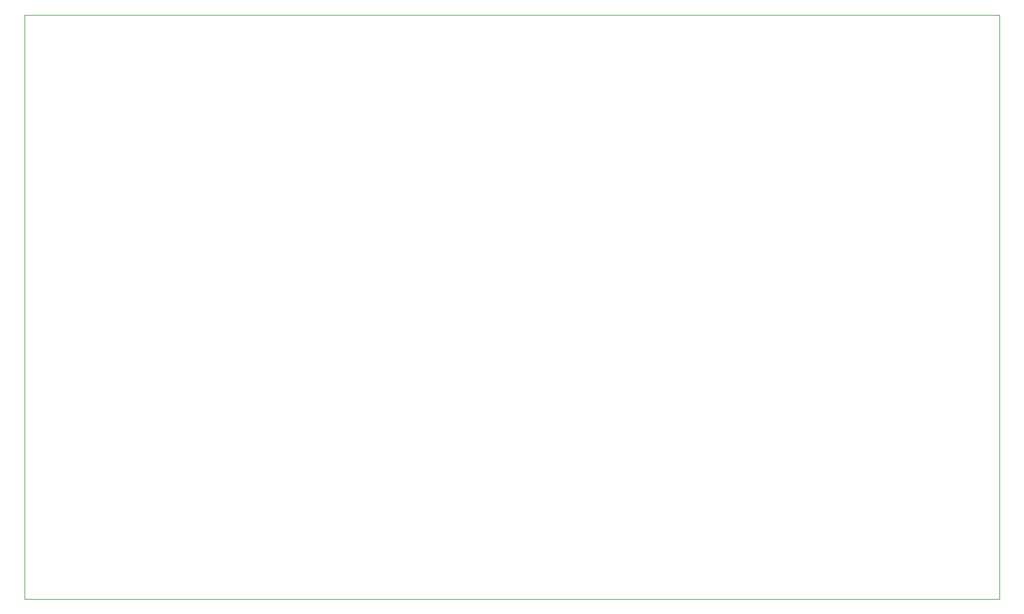
<source format=gm1>
%TF.GenerationSoftware,KiCad,Pcbnew,8.0.7*%
%TF.CreationDate,2025-01-13T19:37:05-08:00*%
%TF.ProjectId,DCDCv2,44434443-7632-42e6-9b69-6361645f7063,rev?*%
%TF.SameCoordinates,Original*%
%TF.FileFunction,Profile,NP*%
%FSLAX46Y46*%
G04 Gerber Fmt 4.6, Leading zero omitted, Abs format (unit mm)*
G04 Created by KiCad (PCBNEW 8.0.7) date 2025-01-13 19:37:05*
%MOMM*%
%LPD*%
G01*
G04 APERTURE LIST*
%TA.AperFunction,Profile*%
%ADD10C,0.050000*%
%TD*%
G04 APERTURE END LIST*
D10*
X18250000Y-25400000D02*
X156000000Y-25400000D01*
X156000000Y-108000000D01*
X18250000Y-108000000D01*
X18250000Y-25400000D01*
M02*

</source>
